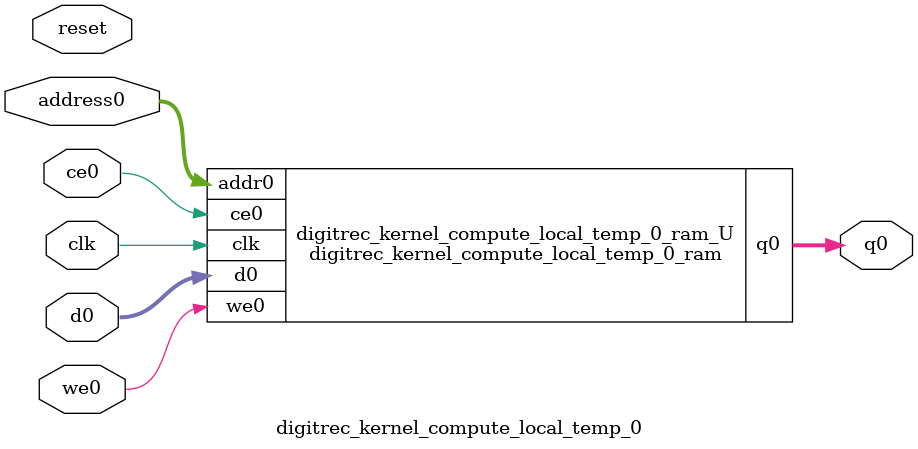
<source format=v>

`timescale 1 ns / 1 ps
module digitrec_kernel_compute_local_temp_0_ram (addr0, ce0, d0, we0, q0,  clk);

parameter DWIDTH = 64;
parameter AWIDTH = 8;
parameter MEM_SIZE = 225;

input[AWIDTH-1:0] addr0;
input ce0;
input[DWIDTH-1:0] d0;
input we0;
output reg[DWIDTH-1:0] q0;
input clk;

(* ram_style = "block" *)reg [DWIDTH-1:0] ram[0:MEM_SIZE-1];




always @(posedge clk)  
begin 
    if (ce0) 
    begin
        if (we0) 
        begin 
            ram[addr0] <= d0; 
            q0 <= d0;
        end 
        else 
            q0 <= ram[addr0];
    end
end


endmodule


`timescale 1 ns / 1 ps
module digitrec_kernel_compute_local_temp_0(
    reset,
    clk,
    address0,
    ce0,
    we0,
    d0,
    q0);

parameter DataWidth = 32'd64;
parameter AddressRange = 32'd225;
parameter AddressWidth = 32'd8;
input reset;
input clk;
input[AddressWidth - 1:0] address0;
input ce0;
input we0;
input[DataWidth - 1:0] d0;
output[DataWidth - 1:0] q0;



digitrec_kernel_compute_local_temp_0_ram digitrec_kernel_compute_local_temp_0_ram_U(
    .clk( clk ),
    .addr0( address0 ),
    .ce0( ce0 ),
    .we0( we0 ),
    .d0( d0 ),
    .q0( q0 ));

endmodule


</source>
